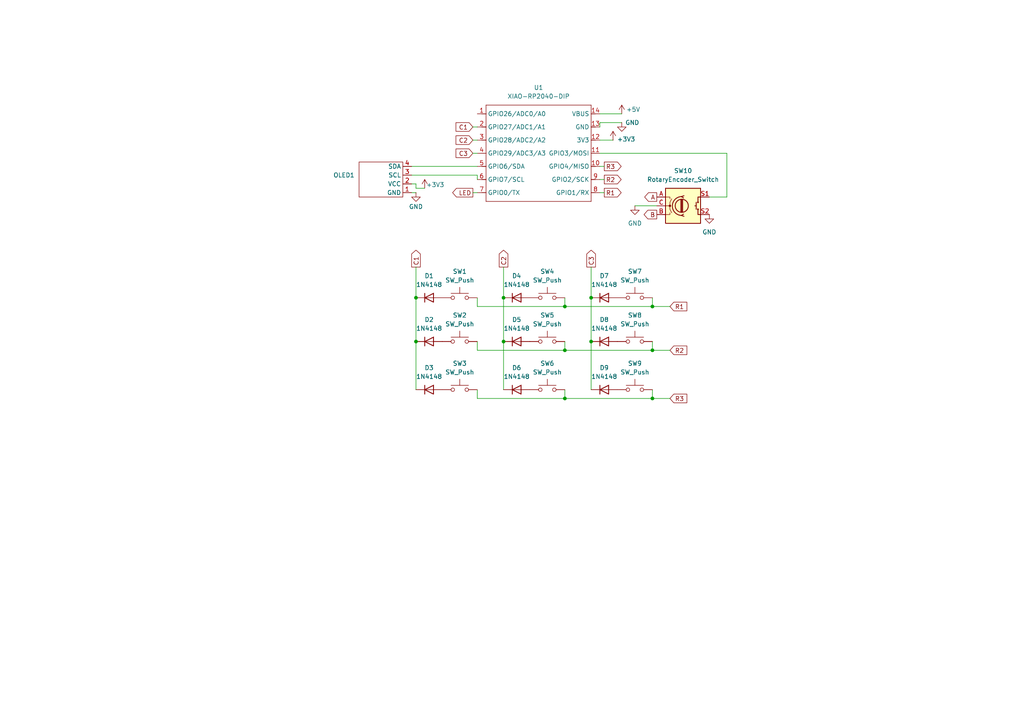
<source format=kicad_sch>
(kicad_sch (version 20250114) (generator "eeschema") (generator_version "9.0")
  (paper "A4")
  (title_block (date "2026-01-16"))
  (lib_symbols
    (symbol "CustomLib:_1"
      (property "Reference" "OLED" (at 3.81 0 0))
      (symbol "_1_0_1"
        (rectangle (start -3.81 5.08) (end 8.89 -5.08))
      )
      (symbol "_1_1_1"
        (pin bidirectional line (at -6.35 3.81 0) (length 2.54) (name "SDA") (number "4"))
        (pin input line (at -6.35 1.27 0) (length 2.54) (name "SCL") (number "3"))
        (pin power_in line (at -6.35 -1.27 0) (length 2.54) (name "VCC") (number "2"))
        (pin power_in line (at -6.35 -3.81 0) (length 2.54) (name "GND") (number "1"))
      )
    )
    (symbol "Device:RotaryEncoder_Switch" (pin_names (offset 0.254) (hide yes))
      (property "Reference" "SW" (at 0 6.604 0))
      (property "Value" "RotaryEncoder_Switch" (at 0 -6.604 0))
      (symbol "RotaryEncoder_Switch_0_1"
        (rectangle (start -5.08 5.08) (end 5.08 -5.08) (stroke (width 0.254)) (fill (type background)))
        (polyline (pts (xy -5.08 2.54) (xy -3.81 2.54) (xy -3.81 2.032)))
        (polyline (pts (xy -5.08 0) (xy -3.81 0) (xy -3.81 -1.016) (xy -3.302 -2.032)))
        (polyline (pts (xy -5.08 -2.54) (xy -3.81 -2.54) (xy -3.81 -2.032)))
        (polyline (pts (xy -4.318 0) (xy -3.81 0) (xy -3.81 1.016) (xy -3.302 2.032)))
        (circle (center -3.81 0) (radius 0.254) (fill (type outline)))
        (polyline (pts (xy -0.635 -1.778) (xy -0.635 1.778)) (stroke (width 0.254)))
        (circle (center -0.381 0) (radius 1.905) (stroke (width 0.254)))
        (polyline (pts (xy -0.381 -1.778) (xy -0.381 1.778)) (stroke (width 0.254)))
        (arc (start -0.381 -2.794) (mid -3.0988 -0.0635) (end -0.381 2.667) (stroke (width 0.254)))
        (polyline (pts (xy -0.127 1.778) (xy -0.127 -1.778)) (stroke (width 0.254)))
        (polyline (pts (xy 0.254 2.921) (xy -0.508 2.667) (xy 0.127 2.286)) (stroke (width 0.254)))
        (polyline (pts (xy 0.254 -3.048) (xy -0.508 -2.794) (xy 0.127 -2.413)) (stroke (width 0.254)))
        (polyline (pts (xy 3.81 1.016) (xy 3.81 -1.016)) (stroke (width 0.254)))
        (polyline (pts (xy 3.81 0) (xy 3.429 0)) (stroke (width 0.254)))
        (circle (center 4.318 1.016) (radius 0.127) (stroke (width 0.254)))
        (circle (center 4.318 -1.016) (radius 0.127) (stroke (width 0.254)))
        (polyline (pts (xy 5.08 2.54) (xy 4.318 2.54) (xy 4.318 1.016)) (stroke (width 0.254)))
        (polyline (pts (xy 5.08 -2.54) (xy 4.318 -2.54) (xy 4.318 -1.016)) (stroke (width 0.254)))
      )
      (symbol "RotaryEncoder_Switch_1_1"
        (pin passive line (at -7.62 2.54 0) (length 2.54) (name "A") (number "A"))
        (pin passive line (at -7.62 0 0) (length 2.54) (name "C") (number "C"))
        (pin passive line (at -7.62 -2.54 0) (length 2.54) (name "B") (number "B"))
        (pin passive line (at 7.62 2.54 180) (length 2.54) (name "S1") (number "S1"))
        (pin passive line (at 7.62 -2.54 180) (length 2.54) (name "S2") (number "S2"))
      )
    )
    (symbol "Diode:1N4148" (pin_numbers (hide yes)) (pin_names (hide yes))
      (property "Reference" "D" (at 0 2.54 0))
      (property "Value" "1N4148" (at 0 -2.54 0))
      (symbol "1N4148_0_1"
        (polyline (pts (xy -1.27 1.27) (xy -1.27 -1.27)) (stroke (width 0.254)))
        (polyline (pts (xy 1.27 1.27) (xy 1.27 -1.27) (xy -1.27 0) (xy 1.27 1.27)) (stroke (width 0.254)))
        (polyline (pts (xy 1.27 0) (xy -1.27 0)))
      )
      (symbol "1N4148_1_1"
        (pin passive line (at -3.81 0 0) (length 2.54) (name "K") (number "1"))
        (pin passive line (at 3.81 0 180) (length 2.54) (name "A") (number "2"))
      )
    )
    (symbol "OPL:XIAO-RP2040-DIP"
      (property "Reference" "U" (at 0 0 0))
      (property "Value" "XIAO-RP2040-DIP" (at 5.334 -1.778 0))
      (symbol "XIAO-RP2040-DIP_1_0"
        (polyline (pts (xy -1.27 -2.54) (xy 29.21 -2.54)) (stroke (width 0.1524)))
        (polyline (pts (xy -1.27 -5.08) (xy -2.54 -5.08)) (stroke (width 0.1524)))
        (polyline (pts (xy -1.27 -5.08) (xy -1.27 -2.54)) (stroke (width 0.1524)))
        (polyline (pts (xy -1.27 -8.89) (xy -2.54 -8.89)) (stroke (width 0.1524)))
        (polyline (pts (xy -1.27 -8.89) (xy -1.27 -5.08)) (stroke (width 0.1524)))
        (polyline (pts (xy -1.27 -12.7) (xy -2.54 -12.7)) (stroke (width 0.1524)))
        (polyline (pts (xy -1.27 -12.7) (xy -1.27 -8.89)) (stroke (width 0.1524)))
        (polyline (pts (xy -1.27 -16.51) (xy -2.54 -16.51)) (stroke (width 0.1524)))
        (polyline (pts (xy -1.27 -16.51) (xy -1.27 -12.7)) (stroke (width 0.1524)))
        (polyline (pts (xy -1.27 -20.32) (xy -2.54 -20.32)) (stroke (width 0.1524)))
        (polyline (pts (xy -1.27 -24.13) (xy -2.54 -24.13)) (stroke (width 0.1524)))
        (polyline (pts (xy -1.27 -27.94) (xy -2.54 -27.94)) (stroke (width 0.1524)))
        (polyline (pts (xy -1.27 -30.48) (xy -1.27 -16.51)) (stroke (width 0.1524)))
        (polyline (pts (xy 29.21 -2.54) (xy 29.21 -5.08)) (stroke (width 0.1524)))
        (polyline (pts (xy 29.21 -5.08) (xy 29.21 -8.89)) (stroke (width 0.1524)))
        (polyline (pts (xy 29.21 -8.89) (xy 29.21 -12.7)) (stroke (width 0.1524)))
        (polyline (pts (xy 29.21 -12.7) (xy 29.21 -30.48)) (stroke (width 0.1524)))
        (polyline (pts (xy 29.21 -30.48) (xy -1.27 -30.48)) (stroke (width 0.1524)))
        (polyline (pts (xy 30.48 -5.08) (xy 29.21 -5.08)) (stroke (width 0.1524)))
        (polyline (pts (xy 30.48 -8.89) (xy 29.21 -8.89)) (stroke (width 0.1524)))
        (polyline (pts (xy 30.48 -12.7) (xy 29.21 -12.7)) (stroke (width 0.1524)))
        (polyline (pts (xy 30.48 -16.51) (xy 29.21 -16.51)) (stroke (width 0.1524)))
        (polyline (pts (xy 30.48 -20.32) (xy 29.21 -20.32)) (stroke (width 0.1524)))
        (polyline (pts (xy 30.48 -24.13) (xy 29.21 -24.13)) (stroke (width 0.1524)))
        (polyline (pts (xy 30.48 -27.94) (xy 29.21 -27.94)) (stroke (width 0.1524)))
        (pin passive line (at -3.81 -5.08 0) (length 2.54) (name "GPIO26/ADC0/A0") (number "1"))
        (pin passive line (at -3.81 -8.89 0) (length 2.54) (name "GPIO27/ADC1/A1") (number "2"))
        (pin passive line (at -3.81 -12.7 0) (length 2.54) (name "GPIO28/ADC2/A2") (number "3"))
        (pin passive line (at -3.81 -16.51 0) (length 2.54) (name "GPIO29/ADC3/A3") (number "4"))
        (pin passive line (at -3.81 -20.32 0) (length 2.54) (name "GPIO6/SDA") (number "5"))
        (pin passive line (at -3.81 -24.13 0) (length 2.54) (name "GPIO7/SCL") (number "6"))
        (pin passive line (at -3.81 -27.94 0) (length 2.54) (name "GPIO0/TX") (number "7"))
        (pin passive line (at 31.75 -5.08 180) (length 2.54) (name "VBUS") (number "14"))
        (pin passive line (at 31.75 -8.89 180) (length 2.54) (name "GND") (number "13"))
        (pin passive line (at 31.75 -12.7 180) (length 2.54) (name "3V3") (number "12"))
        (pin passive line (at 31.75 -16.51 180) (length 2.54) (name "GPIO3/MOSI") (number "11"))
        (pin passive line (at 31.75 -20.32 180) (length 2.54) (name "GPIO4/MISO") (number "10"))
        (pin passive line (at 31.75 -24.13 180) (length 2.54) (name "GPIO2/SCK") (number "9"))
        (pin passive line (at 31.75 -27.94 180) (length 2.54) (name "GPIO1/RX") (number "8"))
      )
    )
    (symbol "Switch:SW_Push" (pin_numbers (hide yes)) (pin_names (offset 1.016) (hide yes))
      (property "Reference" "SW" (at 1.27 2.54 0))
      (property "Value" "SW_Push" (at 0 -1.524 0))
      (symbol "SW_Push_0_1"
        (circle (center -2.032 0) (radius 0.508))
        (polyline (pts (xy 0 1.27) (xy 0 3.048)))
        (circle (center 2.032 0) (radius 0.508))
        (polyline (pts (xy 2.54 1.27) (xy -2.54 1.27)))
        (pin passive line (at -5.08 0 0) (length 2.54) (name "1") (number "1"))
        (pin passive line (at 5.08 0 180) (length 2.54) (name "2") (number "2"))
      )
    )
    (symbol "power:+3V3" (power) (pin_numbers (hide yes)) (pin_names (offset 0) (hide yes))
      (property "Value" "+3V3" (at 0 3.556 0))
      (symbol "+3V3_0_1"
        (polyline (pts (xy -0.762 1.27) (xy 0 2.54)))
        (polyline (pts (xy 0 2.54) (xy 0.762 1.27)))
        (polyline (pts (xy 0 0) (xy 0 2.54)))
      )
      (symbol "+3V3_1_1"
        (pin power_in line (at 0 0 90) (length 0) (name "~") (number "1"))
      )
    )
    (symbol "power:+5V" (power) (pin_numbers (hide yes)) (pin_names (offset 0) (hide yes))
      (property "Value" "+5V" (at 0 3.556 0))
      (symbol "+5V_0_1"
        (polyline (pts (xy -0.762 1.27) (xy 0 2.54)))
        (polyline (pts (xy 0 2.54) (xy 0.762 1.27)))
        (polyline (pts (xy 0 0) (xy 0 2.54)))
      )
      (symbol "+5V_1_1"
        (pin power_in line (at 0 0 90) (length 0) (name "~") (number "1"))
      )
    )
    (symbol "power:GND" (power) (pin_numbers (hide yes)) (pin_names (offset 0) (hide yes))
      (property "Value" "GND" (at 0 -3.81 0))
      (symbol "GND_0_1"
        (polyline (pts (xy 0 0) (xy 0 -1.27) (xy 1.27 -1.27) (xy 0 -2.54) (xy -1.27 -1.27) (xy 0 -1.27)))
      )
      (symbol "GND_1_1"
        (pin power_in line (at 0 0 270) (length 0) (name "~") (number "1"))
      )
    )
  )
  (junction (at 120.65 99.06))
  (junction (at 189.23 115.57))
  (junction (at 146.05 86.36))
  (junction (at 189.23 101.6))
  (junction (at 163.83 88.9))
  (junction (at 146.05 99.06))
  (junction (at 163.83 115.57))
  (junction (at 171.45 86.36))
  (junction (at 120.65 86.36))
  (junction (at 171.45 99.06))
  (junction (at 189.23 88.9))
  (junction (at 163.83 101.6))
  (wire (pts (xy 171.45 77.47) (xy 171.45 86.36)))
  (wire (pts (xy 173.99 35.56) (xy 173.99 36.83)))
  (wire (pts (xy 210.82 44.45) (xy 210.82 57.15)))
  (wire (pts (xy 171.45 86.36) (xy 171.45 99.06)))
  (wire (pts (xy 137.16 36.83) (xy 138.43 36.83)))
  (wire (pts (xy 137.16 55.88) (xy 138.43 55.88)))
  (wire (pts (xy 184.15 59.69) (xy 190.5 59.69)))
  (wire (pts (xy 119.38 48.26) (xy 138.43 48.26)))
  (wire (pts (xy 120.65 77.47) (xy 120.65 86.36)))
  (wire (pts (xy 189.23 101.6) (xy 189.23 99.06)))
  (wire (pts (xy 194.31 101.6) (xy 189.23 101.6)))
  (wire (pts (xy 146.05 77.47) (xy 146.05 86.36)))
  (wire (pts (xy 163.83 101.6) (xy 138.43 101.6)))
  (wire (pts (xy 138.43 101.6) (xy 138.43 99.06)))
  (wire (pts (xy 171.45 99.06) (xy 171.45 113.03)))
  (wire (pts (xy 119.38 50.8) (xy 138.43 50.8)))
  (wire (pts (xy 138.43 86.36) (xy 138.43 88.9)))
  (wire (pts (xy 189.23 101.6) (xy 163.83 101.6)))
  (wire (pts (xy 138.43 88.9) (xy 163.83 88.9)))
  (wire (pts (xy 177.8 40.64) (xy 173.99 40.64)))
  (wire (pts (xy 180.34 35.56) (xy 173.99 35.56)))
  (wire (pts (xy 189.23 88.9) (xy 163.83 88.9)))
  (wire (pts (xy 189.23 115.57) (xy 163.83 115.57)))
  (wire (pts (xy 173.99 55.88) (xy 175.26 55.88)))
  (wire (pts (xy 173.99 44.45) (xy 210.82 44.45)))
  (wire (pts (xy 146.05 99.06) (xy 146.05 113.03)))
  (wire (pts (xy 137.16 40.64) (xy 138.43 40.64)))
  (wire (pts (xy 189.23 115.57) (xy 189.23 113.03)))
  (wire (pts (xy 173.99 52.07) (xy 175.26 52.07)))
  (wire (pts (xy 120.65 54.61) (xy 123.19 54.61)))
  (wire (pts (xy 163.83 88.9) (xy 163.83 86.36)))
  (wire (pts (xy 163.83 99.06) (xy 163.83 101.6)))
  (wire (pts (xy 146.05 86.36) (xy 146.05 99.06)))
  (wire (pts (xy 138.43 50.8) (xy 138.43 52.07)))
  (wire (pts (xy 173.99 48.26) (xy 175.26 48.26)))
  (wire (pts (xy 120.65 54.61) (xy 120.65 53.34)))
  (wire (pts (xy 180.34 33.02) (xy 173.99 33.02)))
  (wire (pts (xy 120.65 55.88) (xy 119.38 55.88)))
  (wire (pts (xy 189.23 88.9) (xy 189.23 86.36)))
  (wire (pts (xy 120.65 53.34) (xy 119.38 53.34)))
  (wire (pts (xy 163.83 115.57) (xy 138.43 115.57)))
  (wire (pts (xy 194.31 88.9) (xy 189.23 88.9)))
  (wire (pts (xy 205.74 57.15) (xy 210.82 57.15)))
  (wire (pts (xy 137.16 44.45) (xy 138.43 44.45)))
  (wire (pts (xy 138.43 115.57) (xy 138.43 113.03)))
  (wire (pts (xy 120.65 99.06) (xy 120.65 113.03)))
  (wire (pts (xy 194.31 115.57) (xy 189.23 115.57)))
  (wire (pts (xy 163.83 113.03) (xy 163.83 115.57)))
  (wire (pts (xy 120.65 86.36) (xy 120.65 99.06)))
  (global_label "C1" (shape output) (at 120.65 77.47 90) (property "Intersheetrefs" "${INTERSHEET_REFS}" (effects (hide yes))))
  (global_label "B" (shape output) (at 190.5 62.23 180) (property "Intersheetrefs" "${INTERSHEET_REFS}" (effects (hide yes))))
  (global_label "C2" (shape output) (at 146.05 77.47 90) (property "Intersheetrefs" "${INTERSHEET_REFS}" (effects (hide yes))))
  (global_label "R2" (shape output) (at 175.26 52.07 0) (property "Intersheetrefs" "${INTERSHEET_REFS}" (effects (hide yes))))
  (global_label "R3" (shape input) (at 194.31 115.57 0) (property "Intersheetrefs" "${INTERSHEET_REFS}" (effects (hide yes))))
  (global_label "R3" (shape output) (at 175.26 48.26 0) (property "Intersheetrefs" "${INTERSHEET_REFS}" (effects (hide yes))))
  (global_label "R1" (shape output) (at 175.26 55.88 0) (property "Intersheetrefs" "${INTERSHEET_REFS}" (effects (hide yes))))
  (global_label "LED" (shape output) (at 137.16 55.88 180) (property "Intersheetrefs" "${INTERSHEET_REFS}" (effects (hide yes))))
  (global_label "C1" (shape input) (at 137.16 36.83 180) (property "Intersheetrefs" "${INTERSHEET_REFS}" (effects (hide yes))))
  (global_label "C2" (shape input) (at 137.16 40.64 180) (property "Intersheetrefs" "${INTERSHEET_REFS}" (effects (hide yes))))
  (global_label "C3" (shape input) (at 137.16 44.45 180) (property "Intersheetrefs" "${INTERSHEET_REFS}" (effects (hide yes))))
  (global_label "C3" (shape output) (at 171.45 77.47 90) (property "Intersheetrefs" "${INTERSHEET_REFS}" (effects (hide yes))))
  (global_label "R2" (shape input) (at 194.31 101.6 0) (property "Intersheetrefs" "${INTERSHEET_REFS}" (effects (hide yes))))
  (global_label "A" (shape output) (at 190.5 57.15 180) (property "Intersheetrefs" "${INTERSHEET_REFS}" (effects (hide yes))))
  (global_label "R1" (shape input) (at 194.31 88.9 0) (property "Intersheetrefs" "${INTERSHEET_REFS}" (effects (hide yes))))
  (symbol (lib_id "Diode:1N4148") (at 149.86 86.36 0) (unit 1)
    (property "Reference" "D4" (at 149.86 80.01 0))
    (property "Value" "1N4148" (at 149.86 82.55 0))
    (property "Footprint" "Diode_THT:D_DO-35_SOD27_P7.62mm_Horizontal" (effects (hide yes)))
    (property "Datasheet" "https://assets.nexperia.com/documents/data-sheet/1N4148_1N4448.pdf" (effects (hide yes)))
    (property "Description" "100V 0.15A standard switching diode, DO-35" (effects (hide yes)))
    (property "Sim.Device" "D" (effects (hide yes)))
    (property "Sim.Pins" "1=K 2=A" (effects (hide yes)))
  )
  (symbol (lib_id "Switch:SW_Push") (at 184.15 113.03 0) (mirror y) (unit 1)
    (property "Reference" "SW9" (at 184.15 105.41 0))
    (property "Value" "SW_Push" (at 184.15 107.95 0))
    (property "Footprint" "Button_Switch_Keyboard:SW_Cherry_MX_1.00u_PCB" (effects (hide yes)))
    (property "Description" "Push button switch, generic, two pins" (effects (hide yes)))
  )
  (symbol (lib_id "Diode:1N4148") (at 175.26 113.03 0) (unit 1)
    (property "Reference" "D9" (at 175.26 106.68 0))
    (property "Value" "1N4148" (at 175.26 109.22 0))
    (property "Footprint" "Diode_THT:D_DO-35_SOD27_P7.62mm_Horizontal" (effects (hide yes)))
    (property "Datasheet" "https://assets.nexperia.com/documents/data-sheet/1N4148_1N4448.pdf" (effects (hide yes)))
    (property "Description" "100V 0.15A standard switching diode, DO-35" (effects (hide yes)))
    (property "Sim.Device" "D" (effects (hide yes)))
    (property "Sim.Pins" "1=K 2=A" (effects (hide yes)))
  )
  (symbol (lib_id "Diode:1N4148") (at 149.86 113.03 0) (unit 1)
    (property "Reference" "D6" (at 149.86 106.68 0))
    (property "Value" "1N4148" (at 149.86 109.22 0))
    (property "Footprint" "Diode_THT:D_DO-35_SOD27_P7.62mm_Horizontal" (effects (hide yes)))
    (property "Datasheet" "https://assets.nexperia.com/documents/data-sheet/1N4148_1N4448.pdf" (effects (hide yes)))
    (property "Description" "100V 0.15A standard switching diode, DO-35" (effects (hide yes)))
    (property "Sim.Device" "D" (effects (hide yes)))
    (property "Sim.Pins" "1=K 2=A" (effects (hide yes)))
  )
  (symbol (lib_id "power:+5V") (at 180.34 33.02 0) (unit 1)
    (property "Reference" "#PWR04" (effects (hide yes)))
    (property "Value" "+5V" (at 181.61 31.75 0) (effects (justify left)))
    (property "Description" "Power symbol creates a global label with name \"+5V\"" (effects (hide yes)))
  )
  (symbol (lib_id "power:GND") (at 180.34 35.56 0) (unit 1)
    (property "Reference" "#PWR03" (effects (hide yes)))
    (property "Value" "GND" (at 183.388 35.56 0))
    (property "Description" "Power symbol creates a global label with name \"GND\" , ground" (effects (hide yes)))
  )
  (symbol (lib_id "Diode:1N4148") (at 149.86 99.06 0) (unit 1)
    (property "Reference" "D5" (at 149.86 92.71 0))
    (property "Value" "1N4148" (at 149.86 95.25 0))
    (property "Footprint" "Diode_THT:D_DO-35_SOD27_P7.62mm_Horizontal" (effects (hide yes)))
    (property "Datasheet" "https://assets.nexperia.com/documents/data-sheet/1N4148_1N4448.pdf" (effects (hide yes)))
    (property "Description" "100V 0.15A standard switching diode, DO-35" (effects (hide yes)))
    (property "Sim.Device" "D" (effects (hide yes)))
    (property "Sim.Pins" "1=K 2=A" (effects (hide yes)))
  )
  (symbol (lib_id "Switch:SW_Push") (at 184.15 99.06 0) (mirror y) (unit 1)
    (property "Reference" "SW8" (at 184.15 91.44 0))
    (property "Value" "SW_Push" (at 184.15 93.98 0))
    (property "Footprint" "Button_Switch_Keyboard:SW_Cherry_MX_1.00u_PCB" (effects (hide yes)))
    (property "Description" "Push button switch, generic, two pins" (effects (hide yes)))
  )
  (symbol (lib_id "Diode:1N4148") (at 175.26 86.36 0) (unit 1)
    (property "Reference" "D7" (at 175.26 80.01 0))
    (property "Value" "1N4148" (at 175.26 82.55 0))
    (property "Footprint" "Diode_THT:D_DO-35_SOD27_P7.62mm_Horizontal" (effects (hide yes)))
    (property "Datasheet" "https://assets.nexperia.com/documents/data-sheet/1N4148_1N4448.pdf" (effects (hide yes)))
    (property "Description" "100V 0.15A standard switching diode, DO-35" (effects (hide yes)))
    (property "Sim.Device" "D" (effects (hide yes)))
    (property "Sim.Pins" "1=K 2=A" (effects (hide yes)))
  )
  (symbol (lib_id "CustomLib:_1") (at 113.03 52.07 0) (mirror y) (unit 1)
    (property "Reference" "OLED1" (at 102.87 50.7999 0) (effects (justify left)))
    (property "Footprint" "OPLLib:SSD1306-0.91-OLED-4pin-128x32" (effects (hide yes)))
  )
  (symbol (lib_id "OPL:XIAO-RP2040-DIP") (at 142.24 27.94 0) (unit 1)
    (property "Reference" "U1" (at 156.21 25.4 0))
    (property "Value" "XIAO-RP2040-DIP" (at 156.21 27.94 0))
    (property "Footprint" "OPLLib:XIAO-RP2040-DIP" (effects (hide yes)))
  )
  (symbol (lib_id "Diode:1N4148") (at 124.46 86.36 0) (unit 1)
    (property "Reference" "D1" (at 124.46 80.01 0))
    (property "Value" "1N4148" (at 124.46 82.55 0))
    (property "Footprint" "Diode_THT:D_DO-35_SOD27_P7.62mm_Horizontal" (effects (hide yes)))
    (property "Datasheet" "https://assets.nexperia.com/documents/data-sheet/1N4148_1N4448.pdf" (effects (hide yes)))
    (property "Description" "100V 0.15A standard switching diode, DO-35" (effects (hide yes)))
    (property "Sim.Device" "D" (effects (hide yes)))
    (property "Sim.Pins" "1=K 2=A" (effects (hide yes)))
  )
  (symbol (lib_id "Switch:SW_Push") (at 158.75 99.06 0) (mirror y) (unit 1)
    (property "Reference" "SW5" (at 158.75 91.44 0))
    (property "Value" "SW_Push" (at 158.75 93.98 0))
    (property "Footprint" "Button_Switch_Keyboard:SW_Cherry_MX_1.00u_PCB" (effects (hide yes)))
    (property "Description" "Push button switch, generic, two pins" (effects (hide yes)))
  )
  (symbol (lib_id "power:GND") (at 120.65 55.88 0) (mirror y) (unit 1)
    (property "Reference" "#PWR05" (effects (hide yes)))
    (property "Value" "GND" (at 122.682 59.944 0) (effects (justify left)))
    (property "Description" "Power symbol creates a global label with name \"GND\" , ground" (effects (hide yes)))
  )
  (symbol (lib_id "Switch:SW_Push") (at 133.35 99.06 0) (mirror y) (unit 1)
    (property "Reference" "SW2" (at 133.35 91.44 0))
    (property "Value" "SW_Push" (at 133.35 93.98 0))
    (property "Footprint" "Button_Switch_Keyboard:SW_Cherry_MX_1.00u_PCB" (effects (hide yes)))
    (property "Description" "Push button switch, generic, two pins" (effects (hide yes)))
  )
  (symbol (lib_id "power:GND") (at 184.15 59.69 0) (unit 1)
    (property "Reference" "#PWR01" (effects (hide yes)))
    (property "Value" "GND" (at 184.15 64.77 0))
    (property "Description" "Power symbol creates a global label with name \"GND\" , ground" (effects (hide yes)))
  )
  (symbol (lib_id "Switch:SW_Push") (at 158.75 86.36 0) (mirror y) (unit 1)
    (property "Reference" "SW4" (at 158.75 78.74 0))
    (property "Value" "SW_Push" (at 158.75 81.28 0))
    (property "Footprint" "Button_Switch_Keyboard:SW_Cherry_MX_1.00u_PCB" (effects (hide yes)))
    (property "Description" "Push button switch, generic, two pins" (effects (hide yes)))
  )
  (symbol (lib_id "Switch:SW_Push") (at 133.35 86.36 0) (mirror y) (unit 1)
    (property "Reference" "SW1" (at 133.35 78.74 0))
    (property "Value" "SW_Push" (at 133.35 81.28 0))
    (property "Footprint" "Button_Switch_Keyboard:SW_Cherry_MX_1.00u_PCB" (effects (hide yes)))
    (property "Description" "Push button switch, generic, two pins" (effects (hide yes)))
  )
  (symbol (lib_id "Diode:1N4148") (at 175.26 99.06 0) (unit 1)
    (property "Reference" "D8" (at 175.26 92.71 0))
    (property "Value" "1N4148" (at 175.26 95.25 0))
    (property "Footprint" "Diode_THT:D_DO-35_SOD27_P7.62mm_Horizontal" (effects (hide yes)))
    (property "Datasheet" "https://assets.nexperia.com/documents/data-sheet/1N4148_1N4448.pdf" (effects (hide yes)))
    (property "Description" "100V 0.15A standard switching diode, DO-35" (effects (hide yes)))
    (property "Sim.Device" "D" (effects (hide yes)))
    (property "Sim.Pins" "1=K 2=A" (effects (hide yes)))
  )
  (symbol (lib_id "Diode:1N4148") (at 124.46 99.06 0) (unit 1)
    (property "Reference" "D2" (at 124.46 92.71 0))
    (property "Value" "1N4148" (at 124.46 95.25 0))
    (property "Footprint" "Diode_THT:D_DO-35_SOD27_P7.62mm_Horizontal" (effects (hide yes)))
    (property "Datasheet" "https://assets.nexperia.com/documents/data-sheet/1N4148_1N4448.pdf" (effects (hide yes)))
    (property "Description" "100V 0.15A standard switching diode, DO-35" (effects (hide yes)))
    (property "Sim.Device" "D" (effects (hide yes)))
    (property "Sim.Pins" "1=K 2=A" (effects (hide yes)))
  )
  (symbol (lib_id "Diode:1N4148") (at 124.46 113.03 0) (unit 1)
    (property "Reference" "D3" (at 124.46 106.68 0))
    (property "Value" "1N4148" (at 124.46 109.22 0))
    (property "Footprint" "Diode_THT:D_DO-35_SOD27_P7.62mm_Horizontal" (effects (hide yes)))
    (property "Datasheet" "https://assets.nexperia.com/documents/data-sheet/1N4148_1N4448.pdf" (effects (hide yes)))
    (property "Description" "100V 0.15A standard switching diode, DO-35" (effects (hide yes)))
    (property "Sim.Device" "D" (effects (hide yes)))
    (property "Sim.Pins" "1=K 2=A" (effects (hide yes)))
  )
  (symbol (lib_id "Device:RotaryEncoder_Switch") (at 198.12 59.69 0) (unit 1)
    (property "Reference" "SW10" (at 198.12 49.53 0))
    (property "Value" "RotaryEncoder_Switch" (at 198.12 52.07 0))
    (property "Footprint" "Rotary_Encoder:RotaryEncoder_Alps_EC11E-Switch_Vertical_H20mm" (effects (hide yes)))
    (property "Description" "Rotary encoder, dual channel, incremental quadrate outputs, with switch" (effects (hide yes)))
  )
  (symbol (lib_id "Switch:SW_Push") (at 184.15 86.36 0) (mirror y) (unit 1)
    (property "Reference" "SW7" (at 184.15 78.74 0))
    (property "Value" "SW_Push" (at 184.15 81.28 0))
    (property "Footprint" "Button_Switch_Keyboard:SW_Cherry_MX_1.00u_PCB" (effects (hide yes)))
    (property "Description" "Push button switch, generic, two pins" (effects (hide yes)))
  )
  (symbol (lib_id "power:+3V3") (at 123.19 54.61 0) (mirror y) (unit 1)
    (property "Reference" "#PWR06" (effects (hide yes)))
    (property "Value" "+3V3" (at 126.238 53.594 0))
    (property "Description" "Power symbol creates a global label with name \"+3V3\"" (effects (hide yes)))
  )
  (symbol (lib_id "Switch:SW_Push") (at 158.75 113.03 0) (mirror y) (unit 1)
    (property "Reference" "SW6" (at 158.75 105.41 0))
    (property "Value" "SW_Push" (at 158.75 107.95 0))
    (property "Footprint" "Button_Switch_Keyboard:SW_Cherry_MX_1.00u_PCB" (effects (hide yes)))
    (property "Description" "Push button switch, generic, two pins" (effects (hide yes)))
  )
  (symbol (lib_id "power:GND") (at 205.74 62.23 0) (unit 1)
    (property "Reference" "#PWR02" (effects (hide yes)))
    (property "Value" "GND" (at 205.74 67.31 0))
    (property "Description" "Power symbol creates a global label with name \"GND\" , ground" (effects (hide yes)))
  )
  (symbol (lib_id "Switch:SW_Push") (at 133.35 113.03 0) (mirror y) (unit 1)
    (property "Reference" "SW3" (at 133.35 105.41 0))
    (property "Value" "SW_Push" (at 133.35 107.95 0))
    (property "Footprint" "Button_Switch_Keyboard:SW_Cherry_MX_1.00u_PCB" (effects (hide yes)))
    (property "Description" "Push button switch, generic, two pins" (effects (hide yes)))
  )
  (symbol (lib_id "power:+3V3") (at 177.8 40.64 0) (unit 1)
    (property "Reference" "#PWR09" (effects (hide yes)))
    (property "Value" "+3V3" (at 181.61 40.386 0))
    (property "Description" "Power symbol creates a global label with name \"+3V3\"" (effects (hide yes)))
  )
)
</source>
